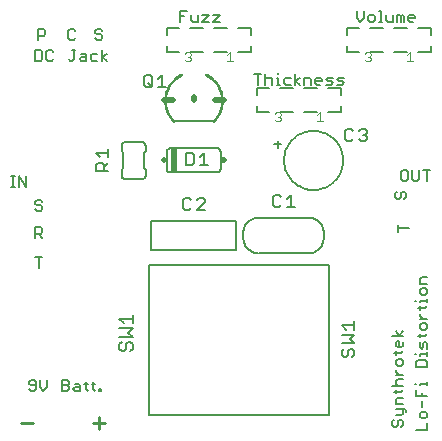
<source format=gto>
G75*
G70*
%OFA0B0*%
%FSLAX24Y24*%
%IPPOS*%
%LPD*%
%AMOC8*
5,1,8,0,0,1.08239X$1,22.5*
%
%ADD10C,0.0060*%
%ADD11C,0.0080*%
%ADD12C,0.0110*%
%ADD13R,0.0200X0.0800*%
%ADD14C,0.0200*%
%ADD15C,0.0050*%
%ADD16C,0.0030*%
%ADD17C,0.0010*%
D10*
X001171Y001931D02*
X001284Y001931D01*
X001341Y001987D01*
X001341Y002214D01*
X001284Y002271D01*
X001171Y002271D01*
X001114Y002214D01*
X001114Y002158D01*
X001171Y002101D01*
X001341Y002101D01*
X001482Y002044D02*
X001482Y002271D01*
X001482Y002044D02*
X001596Y001931D01*
X001709Y002044D01*
X001709Y002271D01*
X002219Y002271D02*
X002219Y001931D01*
X002389Y001931D01*
X002446Y001987D01*
X002446Y002044D01*
X002389Y002101D01*
X002219Y002101D01*
X002389Y002101D02*
X002446Y002158D01*
X002446Y002214D01*
X002389Y002271D01*
X002219Y002271D01*
X002644Y002158D02*
X002757Y002158D01*
X002814Y002101D01*
X002814Y001931D01*
X002644Y001931D01*
X002587Y001987D01*
X002644Y002044D01*
X002814Y002044D01*
X002956Y002158D02*
X003069Y002158D01*
X003012Y002214D02*
X003012Y001987D01*
X003069Y001931D01*
X003258Y001987D02*
X003314Y001931D01*
X003258Y001987D02*
X003258Y002214D01*
X003201Y002158D02*
X003314Y002158D01*
X003447Y001987D02*
X003503Y001987D01*
X003503Y001931D01*
X003447Y001931D01*
X003447Y001987D01*
X004204Y003250D02*
X004130Y003323D01*
X004130Y003470D01*
X004204Y003543D01*
X004351Y003470D02*
X004424Y003543D01*
X004497Y003543D01*
X004571Y003470D01*
X004571Y003323D01*
X004497Y003250D01*
X004351Y003323D02*
X004351Y003470D01*
X004351Y003323D02*
X004277Y003250D01*
X004204Y003250D01*
X004130Y003710D02*
X004571Y003710D01*
X004424Y003857D01*
X004571Y004004D01*
X004130Y004004D01*
X004277Y004170D02*
X004130Y004317D01*
X004571Y004317D01*
X004571Y004170D02*
X004571Y004464D01*
X005101Y006101D02*
X011101Y006101D01*
X011101Y001101D01*
X005101Y001101D01*
X005101Y006101D01*
X005190Y006613D02*
X005190Y007589D01*
X008011Y007589D01*
X008011Y006613D01*
X005190Y006613D01*
X004901Y008994D02*
X004301Y008994D01*
X004284Y008996D01*
X004267Y009000D01*
X004251Y009007D01*
X004237Y009017D01*
X004224Y009030D01*
X004214Y009044D01*
X004207Y009060D01*
X004203Y009077D01*
X004201Y009094D01*
X004201Y009294D01*
X004251Y009344D01*
X004251Y009857D01*
X004201Y009907D01*
X004201Y010107D01*
X004203Y010124D01*
X004207Y010141D01*
X004214Y010157D01*
X004224Y010171D01*
X004237Y010184D01*
X004251Y010194D01*
X004267Y010201D01*
X004284Y010205D01*
X004301Y010207D01*
X004901Y010207D01*
X004918Y010205D01*
X004935Y010201D01*
X004951Y010194D01*
X004965Y010184D01*
X004978Y010171D01*
X004988Y010157D01*
X004995Y010141D01*
X004999Y010124D01*
X005001Y010107D01*
X005001Y009907D01*
X004951Y009857D01*
X004951Y009344D01*
X005001Y009294D01*
X005001Y009094D01*
X004999Y009077D01*
X004995Y009060D01*
X004988Y009044D01*
X004978Y009030D01*
X004965Y009017D01*
X004951Y009007D01*
X004935Y009000D01*
X004918Y008996D01*
X004901Y008994D01*
X005701Y009301D02*
X005701Y009901D01*
X005703Y009918D01*
X005707Y009935D01*
X005714Y009951D01*
X005724Y009965D01*
X005737Y009978D01*
X005751Y009988D01*
X005767Y009995D01*
X005784Y009999D01*
X005801Y010001D01*
X007401Y010001D01*
X007418Y009999D01*
X007435Y009995D01*
X007451Y009988D01*
X007465Y009978D01*
X007478Y009965D01*
X007488Y009951D01*
X007495Y009935D01*
X007499Y009918D01*
X007501Y009901D01*
X007501Y009301D01*
X007499Y009284D01*
X007495Y009267D01*
X007488Y009251D01*
X007478Y009237D01*
X007465Y009224D01*
X007451Y009214D01*
X007435Y009207D01*
X007418Y009203D01*
X007401Y009201D01*
X005801Y009201D01*
X005784Y009203D01*
X005767Y009207D01*
X005751Y009214D01*
X005737Y009224D01*
X005724Y009237D01*
X005714Y009251D01*
X005707Y009267D01*
X005703Y009284D01*
X005701Y009301D01*
X005959Y010901D02*
X007243Y010901D01*
X008744Y012131D02*
X008744Y012471D01*
X008631Y012471D02*
X008858Y012471D01*
X008999Y012471D02*
X008999Y012131D01*
X008999Y012301D02*
X009056Y012358D01*
X009169Y012358D01*
X009226Y012301D01*
X009226Y012131D01*
X009367Y012131D02*
X009481Y012131D01*
X009424Y012131D02*
X009424Y012358D01*
X009367Y012358D01*
X009424Y012471D02*
X009424Y012528D01*
X009613Y012301D02*
X009613Y012187D01*
X009670Y012131D01*
X009840Y012131D01*
X009981Y012131D02*
X009981Y012471D01*
X009840Y012358D02*
X009670Y012358D01*
X009613Y012301D01*
X009981Y012244D02*
X010151Y012358D01*
X010288Y012358D02*
X010458Y012358D01*
X010515Y012301D01*
X010515Y012131D01*
X010656Y012187D02*
X010656Y012301D01*
X010713Y012358D01*
X010827Y012358D01*
X010883Y012301D01*
X010883Y012244D01*
X010656Y012244D01*
X010656Y012187D02*
X010713Y012131D01*
X010827Y012131D01*
X011025Y012131D02*
X011195Y012131D01*
X011252Y012187D01*
X011195Y012244D01*
X011081Y012244D01*
X011025Y012301D01*
X011081Y012358D01*
X011252Y012358D01*
X011393Y012301D02*
X011450Y012358D01*
X011620Y012358D01*
X011563Y012244D02*
X011450Y012244D01*
X011393Y012301D01*
X011393Y012131D02*
X011563Y012131D01*
X011620Y012187D01*
X011563Y012244D01*
X010288Y012131D02*
X010288Y012358D01*
X010151Y012131D02*
X009981Y012244D01*
X009401Y010261D02*
X009401Y010011D01*
X009531Y010141D02*
X009271Y010141D01*
X009617Y009601D02*
X009619Y009663D01*
X009625Y009726D01*
X009635Y009787D01*
X009649Y009848D01*
X009666Y009908D01*
X009687Y009967D01*
X009713Y010024D01*
X009741Y010079D01*
X009773Y010133D01*
X009809Y010184D01*
X009847Y010234D01*
X009889Y010280D01*
X009933Y010324D01*
X009981Y010365D01*
X010030Y010403D01*
X010082Y010437D01*
X010136Y010468D01*
X010192Y010496D01*
X010250Y010520D01*
X010309Y010541D01*
X010369Y010557D01*
X010430Y010570D01*
X010492Y010579D01*
X010554Y010584D01*
X010617Y010585D01*
X010679Y010582D01*
X010741Y010575D01*
X010803Y010564D01*
X010863Y010549D01*
X010923Y010531D01*
X010981Y010509D01*
X011038Y010483D01*
X011093Y010453D01*
X011146Y010420D01*
X011197Y010384D01*
X011245Y010345D01*
X011291Y010302D01*
X011334Y010257D01*
X011374Y010209D01*
X011411Y010159D01*
X011445Y010106D01*
X011476Y010052D01*
X011502Y009996D01*
X011526Y009938D01*
X011545Y009878D01*
X011561Y009818D01*
X011573Y009756D01*
X011581Y009695D01*
X011585Y009632D01*
X011585Y009570D01*
X011581Y009507D01*
X011573Y009446D01*
X011561Y009384D01*
X011545Y009324D01*
X011526Y009264D01*
X011502Y009206D01*
X011476Y009150D01*
X011445Y009096D01*
X011411Y009043D01*
X011374Y008993D01*
X011334Y008945D01*
X011291Y008900D01*
X011245Y008857D01*
X011197Y008818D01*
X011146Y008782D01*
X011093Y008749D01*
X011038Y008719D01*
X010981Y008693D01*
X010923Y008671D01*
X010863Y008653D01*
X010803Y008638D01*
X010741Y008627D01*
X010679Y008620D01*
X010617Y008617D01*
X010554Y008618D01*
X010492Y008623D01*
X010430Y008632D01*
X010369Y008645D01*
X010309Y008661D01*
X010250Y008682D01*
X010192Y008706D01*
X010136Y008734D01*
X010082Y008765D01*
X010030Y008799D01*
X009981Y008837D01*
X009933Y008878D01*
X009889Y008922D01*
X009847Y008968D01*
X009809Y009018D01*
X009773Y009069D01*
X009741Y009123D01*
X009713Y009178D01*
X009687Y009235D01*
X009666Y009294D01*
X009649Y009354D01*
X009635Y009415D01*
X009625Y009476D01*
X009619Y009539D01*
X009617Y009601D01*
X010439Y007691D02*
X010483Y007689D01*
X010526Y007683D01*
X010568Y007674D01*
X010610Y007661D01*
X010650Y007644D01*
X010689Y007624D01*
X010726Y007601D01*
X010760Y007574D01*
X010793Y007545D01*
X010822Y007512D01*
X010849Y007478D01*
X010872Y007441D01*
X010892Y007402D01*
X010909Y007362D01*
X010922Y007320D01*
X010931Y007278D01*
X010937Y007235D01*
X010939Y007191D01*
X010939Y007010D02*
X010937Y006966D01*
X010931Y006923D01*
X010922Y006881D01*
X010909Y006839D01*
X010892Y006799D01*
X010872Y006760D01*
X010849Y006723D01*
X010822Y006689D01*
X010793Y006656D01*
X010760Y006627D01*
X010726Y006600D01*
X010689Y006577D01*
X010650Y006557D01*
X010610Y006540D01*
X010568Y006527D01*
X010526Y006518D01*
X010483Y006512D01*
X010439Y006510D01*
X008762Y006510D02*
X008718Y006512D01*
X008675Y006518D01*
X008633Y006527D01*
X008591Y006540D01*
X008551Y006557D01*
X008512Y006577D01*
X008475Y006600D01*
X008441Y006627D01*
X008408Y006656D01*
X008379Y006689D01*
X008352Y006723D01*
X008329Y006760D01*
X008309Y006799D01*
X008292Y006839D01*
X008279Y006881D01*
X008270Y006923D01*
X008264Y006966D01*
X008262Y007010D01*
X008262Y007191D02*
X008264Y007235D01*
X008270Y007278D01*
X008279Y007320D01*
X008292Y007362D01*
X008309Y007402D01*
X008329Y007441D01*
X008352Y007478D01*
X008379Y007512D01*
X008408Y007545D01*
X008441Y007574D01*
X008475Y007601D01*
X008512Y007624D01*
X008551Y007644D01*
X008591Y007661D01*
X008633Y007674D01*
X008675Y007683D01*
X008718Y007689D01*
X008762Y007691D01*
X013331Y008387D02*
X013387Y008331D01*
X013444Y008331D01*
X013501Y008387D01*
X013501Y008501D01*
X013557Y008558D01*
X013614Y008558D01*
X013671Y008501D01*
X013671Y008387D01*
X013614Y008331D01*
X013331Y008387D02*
X013331Y008501D01*
X013387Y008558D01*
X013583Y008931D02*
X013696Y008931D01*
X013753Y008987D01*
X013753Y009214D01*
X013696Y009271D01*
X013583Y009271D01*
X013526Y009214D01*
X013526Y008987D01*
X013583Y008931D01*
X013894Y008987D02*
X013951Y008931D01*
X014064Y008931D01*
X014121Y008987D01*
X014121Y009271D01*
X014262Y009271D02*
X014489Y009271D01*
X014376Y009271D02*
X014376Y008931D01*
X013894Y008987D02*
X013894Y009271D01*
X013431Y007458D02*
X013431Y007231D01*
X013431Y007344D02*
X013771Y007344D01*
X014201Y005707D02*
X014144Y005650D01*
X014144Y005480D01*
X014371Y005480D01*
X014314Y005339D02*
X014201Y005339D01*
X014144Y005282D01*
X014144Y005168D01*
X014201Y005112D01*
X014314Y005112D01*
X014371Y005168D01*
X014371Y005282D01*
X014314Y005339D01*
X014371Y005707D02*
X014201Y005707D01*
X014371Y004980D02*
X014371Y004866D01*
X014371Y004923D02*
X014144Y004923D01*
X014144Y004866D01*
X014031Y004923D02*
X013974Y004923D01*
X014144Y004734D02*
X014144Y004621D01*
X014087Y004677D02*
X014314Y004677D01*
X014371Y004734D01*
X014144Y004484D02*
X014144Y004427D01*
X014257Y004314D01*
X014144Y004314D02*
X014371Y004314D01*
X014314Y004172D02*
X014201Y004172D01*
X014144Y004116D01*
X014144Y004002D01*
X014201Y003945D01*
X014314Y003945D01*
X014371Y004002D01*
X014371Y004116D01*
X014314Y004172D01*
X014371Y003813D02*
X014314Y003757D01*
X014087Y003757D01*
X014144Y003813D02*
X014144Y003700D01*
X014144Y003559D02*
X014144Y003388D01*
X014201Y003332D01*
X014257Y003388D01*
X014257Y003502D01*
X014314Y003559D01*
X014371Y003502D01*
X014371Y003332D01*
X014371Y003200D02*
X014371Y003086D01*
X014371Y003143D02*
X014144Y003143D01*
X014144Y003086D01*
X014031Y003143D02*
X013974Y003143D01*
X014087Y002945D02*
X014031Y002888D01*
X014031Y002718D01*
X014371Y002718D01*
X014371Y002888D01*
X014314Y002945D01*
X014087Y002945D01*
X013571Y002927D02*
X013571Y002813D01*
X013514Y002756D01*
X013401Y002756D01*
X013344Y002813D01*
X013344Y002927D01*
X013401Y002983D01*
X013514Y002983D01*
X013571Y002927D01*
X013514Y003181D02*
X013287Y003181D01*
X013344Y003125D02*
X013344Y003238D01*
X013401Y003370D02*
X013344Y003427D01*
X013344Y003540D01*
X013401Y003597D01*
X013457Y003597D01*
X013457Y003370D01*
X013401Y003370D02*
X013514Y003370D01*
X013571Y003427D01*
X013571Y003540D01*
X013571Y003739D02*
X013231Y003739D01*
X013344Y003909D02*
X013457Y003739D01*
X013571Y003909D01*
X013571Y003238D02*
X013514Y003181D01*
X013344Y002620D02*
X013344Y002563D01*
X013457Y002450D01*
X013344Y002450D02*
X013571Y002450D01*
X013571Y002308D02*
X013401Y002308D01*
X013344Y002251D01*
X013344Y002138D01*
X013401Y002081D01*
X013344Y001949D02*
X013344Y001836D01*
X013287Y001892D02*
X013514Y001892D01*
X013571Y001949D01*
X013571Y002081D02*
X013231Y002081D01*
X013401Y001694D02*
X013571Y001694D01*
X013401Y001694D02*
X013344Y001638D01*
X013344Y001467D01*
X013571Y001467D01*
X013571Y001326D02*
X013571Y001156D01*
X013514Y001099D01*
X013344Y001099D01*
X013287Y000958D02*
X013231Y000901D01*
X013231Y000787D01*
X013287Y000731D01*
X013344Y000731D01*
X013401Y000787D01*
X013401Y000901D01*
X013457Y000958D01*
X013514Y000958D01*
X013571Y000901D01*
X013571Y000787D01*
X013514Y000731D01*
X013684Y001213D02*
X013684Y001269D01*
X013627Y001326D01*
X013344Y001326D01*
X014031Y001736D02*
X014031Y001963D01*
X014144Y002104D02*
X014144Y002161D01*
X014371Y002161D01*
X014371Y002217D02*
X014371Y002104D01*
X014201Y001849D02*
X014201Y001736D01*
X014201Y001594D02*
X014201Y001367D01*
X014201Y001226D02*
X014144Y001169D01*
X014144Y001056D01*
X014201Y000999D01*
X014314Y000999D01*
X014371Y001056D01*
X014371Y001169D01*
X014314Y001226D01*
X014201Y001226D01*
X014371Y000858D02*
X014371Y000631D01*
X014031Y000631D01*
X014031Y001736D02*
X014371Y001736D01*
X014031Y002161D02*
X013974Y002161D01*
X001558Y006371D02*
X001331Y006371D01*
X001444Y006371D02*
X001444Y006031D01*
X001331Y007031D02*
X001331Y007371D01*
X001501Y007371D01*
X001558Y007314D01*
X001558Y007201D01*
X001501Y007144D01*
X001331Y007144D01*
X001444Y007144D02*
X001558Y007031D01*
X001501Y007931D02*
X001387Y007931D01*
X001331Y007987D01*
X001387Y008101D02*
X001331Y008158D01*
X001331Y008214D01*
X001387Y008271D01*
X001501Y008271D01*
X001558Y008214D01*
X001501Y008101D02*
X001558Y008044D01*
X001558Y007987D01*
X001501Y007931D01*
X001501Y008101D02*
X001387Y008101D01*
X001003Y008731D02*
X001003Y009071D01*
X000776Y009071D02*
X000776Y008731D01*
X000644Y008731D02*
X000531Y008731D01*
X000587Y008731D02*
X000587Y009071D01*
X000531Y009071D02*
X000644Y009071D01*
X000776Y009071D02*
X001003Y008731D01*
X001331Y012931D02*
X001501Y012931D01*
X001558Y012987D01*
X001558Y013214D01*
X001501Y013271D01*
X001331Y013271D01*
X001331Y012931D01*
X001699Y012987D02*
X001756Y012931D01*
X001869Y012931D01*
X001926Y012987D01*
X001699Y012987D02*
X001699Y013214D01*
X001756Y013271D01*
X001869Y013271D01*
X001926Y013214D01*
X002436Y012987D02*
X002492Y012931D01*
X002549Y012931D01*
X002606Y012987D01*
X002606Y013271D01*
X002549Y013271D02*
X002663Y013271D01*
X002861Y013158D02*
X002974Y013158D01*
X003031Y013101D01*
X003031Y012931D01*
X002861Y012931D01*
X002804Y012987D01*
X002861Y013044D01*
X003031Y013044D01*
X003172Y013101D02*
X003172Y012987D01*
X003229Y012931D01*
X003399Y012931D01*
X003541Y012931D02*
X003541Y013271D01*
X003399Y013158D02*
X003229Y013158D01*
X003172Y013101D01*
X003541Y013044D02*
X003711Y013158D01*
X003541Y013044D02*
X003711Y012931D01*
X003501Y013631D02*
X003387Y013631D01*
X003331Y013687D01*
X003387Y013801D02*
X003331Y013858D01*
X003331Y013914D01*
X003387Y013971D01*
X003501Y013971D01*
X003558Y013914D01*
X003501Y013801D02*
X003558Y013744D01*
X003558Y013687D01*
X003501Y013631D01*
X003501Y013801D02*
X003387Y013801D01*
X002658Y013687D02*
X002601Y013631D01*
X002487Y013631D01*
X002431Y013687D01*
X002431Y013914D01*
X002487Y013971D01*
X002601Y013971D01*
X002658Y013914D01*
X001658Y013914D02*
X001658Y013801D01*
X001601Y013744D01*
X001431Y013744D01*
X001431Y013631D02*
X001431Y013971D01*
X001601Y013971D01*
X001658Y013914D01*
X006158Y014231D02*
X006158Y014571D01*
X006384Y014571D01*
X006526Y014458D02*
X006526Y014287D01*
X006583Y014231D01*
X006753Y014231D01*
X006753Y014458D01*
X006894Y014458D02*
X007121Y014458D01*
X006894Y014231D01*
X007121Y014231D01*
X007262Y014231D02*
X007489Y014231D01*
X007489Y014458D02*
X007262Y014231D01*
X007262Y014458D02*
X007489Y014458D01*
X006271Y014401D02*
X006158Y014401D01*
X012044Y014344D02*
X012157Y014231D01*
X012271Y014344D01*
X012271Y014571D01*
X012412Y014401D02*
X012412Y014287D01*
X012469Y014231D01*
X012582Y014231D01*
X012639Y014287D01*
X012639Y014401D01*
X012582Y014458D01*
X012469Y014458D01*
X012412Y014401D01*
X012780Y014571D02*
X012837Y014571D01*
X012837Y014231D01*
X012780Y014231D02*
X012894Y014231D01*
X013026Y014287D02*
X013083Y014231D01*
X013253Y014231D01*
X013253Y014458D01*
X013394Y014458D02*
X013451Y014458D01*
X013508Y014401D01*
X013564Y014458D01*
X013621Y014401D01*
X013621Y014231D01*
X013508Y014231D02*
X013508Y014401D01*
X013394Y014458D02*
X013394Y014231D01*
X013762Y014287D02*
X013762Y014401D01*
X013819Y014458D01*
X013933Y014458D01*
X013989Y014401D01*
X013989Y014344D01*
X013762Y014344D01*
X013762Y014287D02*
X013819Y014231D01*
X013933Y014231D01*
X013026Y014287D02*
X013026Y014458D01*
X012044Y014571D02*
X012044Y014344D01*
X001114Y001987D02*
X001171Y001931D01*
D11*
X008262Y007010D02*
X008262Y007191D01*
X008762Y007691D02*
X010439Y007691D01*
X009981Y008041D02*
X009701Y008041D01*
X009841Y008041D02*
X009841Y008461D01*
X009701Y008321D01*
X009521Y008391D02*
X009451Y008461D01*
X009311Y008461D01*
X009241Y008391D01*
X009241Y008111D01*
X009311Y008041D01*
X009451Y008041D01*
X009521Y008111D01*
X010939Y007191D02*
X010939Y007010D01*
X010439Y006510D02*
X008789Y006510D01*
X006981Y007941D02*
X006701Y007941D01*
X006981Y008221D01*
X006981Y008291D01*
X006911Y008361D01*
X006771Y008361D01*
X006701Y008291D01*
X006521Y008291D02*
X006451Y008361D01*
X006311Y008361D01*
X006241Y008291D01*
X006241Y008011D01*
X006311Y007941D01*
X006451Y007941D01*
X006521Y008011D01*
X006551Y009441D02*
X006341Y009441D01*
X006341Y009861D01*
X006551Y009861D01*
X006621Y009791D01*
X006621Y009511D01*
X006551Y009441D01*
X006801Y009441D02*
X007081Y009441D01*
X006941Y009441D02*
X006941Y009861D01*
X006801Y009721D01*
X003761Y009701D02*
X003761Y009981D01*
X003761Y009841D02*
X003340Y009841D01*
X003481Y009701D01*
X003411Y009521D02*
X003551Y009521D01*
X003621Y009451D01*
X003621Y009241D01*
X003761Y009241D02*
X003340Y009241D01*
X003340Y009451D01*
X003411Y009521D01*
X003621Y009381D02*
X003761Y009521D01*
X005011Y012041D02*
X004941Y012111D01*
X004941Y012391D01*
X005011Y012461D01*
X005151Y012461D01*
X005221Y012391D01*
X005221Y012111D01*
X005151Y012041D01*
X005011Y012041D01*
X005081Y012181D02*
X005221Y012041D01*
X005401Y012041D02*
X005681Y012041D01*
X005541Y012041D02*
X005541Y012461D01*
X005401Y012321D01*
X011641Y010591D02*
X011641Y010311D01*
X011711Y010241D01*
X011851Y010241D01*
X011921Y010311D01*
X012101Y010311D02*
X012171Y010241D01*
X012311Y010241D01*
X012381Y010311D01*
X012381Y010381D01*
X012311Y010451D01*
X012241Y010451D01*
X012311Y010451D02*
X012381Y010521D01*
X012381Y010591D01*
X012311Y010661D01*
X012171Y010661D01*
X012101Y010591D01*
X011921Y010591D02*
X011851Y010661D01*
X011711Y010661D01*
X011641Y010591D01*
X011961Y004242D02*
X011961Y003961D01*
X011961Y004102D02*
X011540Y004102D01*
X011681Y003961D01*
X011540Y003781D02*
X011961Y003781D01*
X011821Y003641D01*
X011961Y003501D01*
X011540Y003501D01*
X011611Y003321D02*
X011540Y003251D01*
X011540Y003111D01*
X011611Y003041D01*
X011681Y003041D01*
X011751Y003111D01*
X011751Y003251D01*
X011821Y003321D01*
X011891Y003321D01*
X011961Y003251D01*
X011961Y003111D01*
X011891Y003041D01*
D12*
X001249Y000851D02*
X000856Y000851D01*
X003256Y000851D02*
X003649Y000851D01*
X003453Y001048D02*
X003453Y000654D01*
D13*
X005951Y009601D03*
D14*
X005631Y009601D02*
X005601Y009601D01*
X007571Y009601D02*
X007601Y009601D01*
X007601Y011601D02*
X007301Y011601D01*
X006601Y011601D02*
X006601Y011701D01*
X005901Y011601D02*
X005601Y011601D01*
D15*
X005701Y013201D02*
X005701Y013404D01*
X005701Y013201D02*
X006106Y013201D01*
X006499Y013201D02*
X006904Y013201D01*
X007298Y013201D02*
X007702Y013201D01*
X008096Y013201D02*
X008501Y013201D01*
X008501Y013404D01*
X008501Y013798D02*
X008501Y014001D01*
X008096Y014001D01*
X007702Y014001D02*
X007298Y014001D01*
X006904Y014001D02*
X006499Y014001D01*
X006106Y014001D02*
X005701Y014001D01*
X005701Y013798D01*
X008701Y012001D02*
X008701Y011798D01*
X008701Y012001D02*
X009106Y012001D01*
X009499Y012001D02*
X009904Y012001D01*
X010298Y012001D02*
X010702Y012001D01*
X011096Y012001D02*
X011501Y012001D01*
X011501Y011798D01*
X011501Y011404D02*
X011501Y011201D01*
X011096Y011201D01*
X010702Y011201D02*
X010298Y011201D01*
X009904Y011201D02*
X009499Y011201D01*
X009106Y011201D02*
X008701Y011201D01*
X008701Y011404D01*
X011701Y013201D02*
X011701Y013404D01*
X011701Y013201D02*
X012106Y013201D01*
X012499Y013201D02*
X012904Y013201D01*
X013298Y013201D02*
X013702Y013201D01*
X014096Y013201D02*
X014501Y013201D01*
X014501Y013404D01*
X014501Y013798D02*
X014501Y014001D01*
X014096Y014001D01*
X013702Y014001D02*
X013298Y014001D01*
X012904Y014001D02*
X012499Y014001D01*
X012106Y014001D02*
X011701Y014001D01*
X011701Y013798D01*
D16*
X012316Y013158D02*
X012364Y013206D01*
X012461Y013206D01*
X012509Y013158D01*
X012509Y013109D01*
X012461Y013061D01*
X012509Y013013D01*
X012509Y012964D01*
X012461Y012916D01*
X012364Y012916D01*
X012316Y012964D01*
X012413Y013061D02*
X012461Y013061D01*
X013716Y013109D02*
X013813Y013206D01*
X013813Y012916D01*
X013909Y012916D02*
X013716Y012916D01*
X010909Y010916D02*
X010716Y010916D01*
X010813Y010916D02*
X010813Y011206D01*
X010716Y011109D01*
X009509Y011109D02*
X009461Y011061D01*
X009509Y011013D01*
X009509Y010964D01*
X009461Y010916D01*
X009364Y010916D01*
X009316Y010964D01*
X009413Y011061D02*
X009461Y011061D01*
X009509Y011109D02*
X009509Y011158D01*
X009461Y011206D01*
X009364Y011206D01*
X009316Y011158D01*
X007909Y012916D02*
X007716Y012916D01*
X007813Y012916D02*
X007813Y013206D01*
X007716Y013109D01*
X006509Y013109D02*
X006461Y013061D01*
X006509Y013013D01*
X006509Y012964D01*
X006461Y012916D01*
X006364Y012916D01*
X006316Y012964D01*
X006413Y013061D02*
X006461Y013061D01*
X006509Y013109D02*
X006509Y013158D01*
X006461Y013206D01*
X006364Y013206D01*
X006316Y013158D01*
D17*
X007263Y010886D02*
X007230Y010923D01*
X007272Y010964D01*
X007311Y011008D01*
X007347Y011055D01*
X007381Y011103D01*
X007411Y011154D01*
X007438Y011206D01*
X007461Y011260D01*
X007481Y011316D01*
X007497Y011373D01*
X007510Y011430D01*
X007519Y011488D01*
X007524Y011547D01*
X007526Y011606D01*
X007524Y011665D01*
X007518Y011723D01*
X007508Y011781D01*
X007495Y011839D01*
X007478Y011895D01*
X007457Y011951D01*
X007433Y012004D01*
X007406Y012057D01*
X007375Y012107D01*
X007342Y012155D01*
X007305Y012201D01*
X007265Y012245D01*
X007223Y012286D01*
X007178Y012324D01*
X007131Y012359D01*
X007081Y012391D01*
X007030Y012420D01*
X006977Y012446D01*
X006997Y012491D01*
X006997Y012492D01*
X007051Y012466D01*
X007104Y012436D01*
X007154Y012404D01*
X007203Y012368D01*
X007249Y012329D01*
X007293Y012288D01*
X007334Y012244D01*
X007372Y012198D01*
X007408Y012149D01*
X007440Y012098D01*
X007469Y012045D01*
X007495Y011991D01*
X007517Y011935D01*
X007536Y011878D01*
X007551Y011820D01*
X007563Y011761D01*
X007571Y011701D01*
X007575Y011641D01*
X007576Y011581D01*
X007573Y011521D01*
X007566Y011461D01*
X007555Y011402D01*
X007541Y011343D01*
X007524Y011286D01*
X007502Y011229D01*
X007478Y011174D01*
X007450Y011121D01*
X007419Y011070D01*
X007384Y011020D01*
X007347Y010973D01*
X007307Y010928D01*
X007264Y010886D01*
X007258Y010893D01*
X007302Y010936D01*
X007342Y010982D01*
X007380Y011030D01*
X007415Y011081D01*
X007447Y011134D01*
X007475Y011189D01*
X007499Y011245D01*
X007520Y011303D01*
X007537Y011362D01*
X007550Y011422D01*
X007560Y011483D01*
X007565Y011545D01*
X007567Y011606D01*
X007565Y011668D01*
X007559Y011729D01*
X007548Y011790D01*
X007535Y011849D01*
X007517Y011908D01*
X007495Y011966D01*
X007470Y012022D01*
X007442Y012077D01*
X007410Y012129D01*
X007374Y012180D01*
X007336Y012228D01*
X007295Y012273D01*
X007250Y012316D01*
X007203Y012356D01*
X007154Y012393D01*
X007103Y012427D01*
X007049Y012457D01*
X006994Y012484D01*
X006990Y012475D01*
X007045Y012449D01*
X007098Y012419D01*
X007149Y012386D01*
X007198Y012349D01*
X007244Y012310D01*
X007288Y012267D01*
X007329Y012222D01*
X007367Y012174D01*
X007402Y012124D01*
X007434Y012072D01*
X007462Y012018D01*
X007487Y011963D01*
X007508Y011906D01*
X007526Y011847D01*
X007540Y011788D01*
X007550Y011728D01*
X007556Y011667D01*
X007558Y011606D01*
X007556Y011545D01*
X007551Y011484D01*
X007542Y011424D01*
X007528Y011365D01*
X007511Y011306D01*
X007491Y011249D01*
X007467Y011193D01*
X007439Y011138D01*
X007408Y011086D01*
X007373Y011036D01*
X007336Y010988D01*
X007295Y010942D01*
X007252Y010899D01*
X007246Y010906D01*
X007289Y010948D01*
X007329Y010993D01*
X007366Y011041D01*
X007400Y011091D01*
X007431Y011143D01*
X007458Y011197D01*
X007482Y011252D01*
X007503Y011309D01*
X007520Y011367D01*
X007533Y011426D01*
X007542Y011485D01*
X007547Y011546D01*
X007549Y011606D01*
X007547Y011666D01*
X007541Y011726D01*
X007531Y011786D01*
X007517Y011845D01*
X007500Y011903D01*
X007479Y011959D01*
X007454Y012014D01*
X007426Y012068D01*
X007395Y012120D01*
X007360Y012169D01*
X007322Y012216D01*
X007282Y012261D01*
X007238Y012303D01*
X007192Y012342D01*
X007144Y012378D01*
X007093Y012411D01*
X007041Y012441D01*
X006986Y012467D01*
X006983Y012459D01*
X007037Y012433D01*
X007089Y012403D01*
X007139Y012371D01*
X007187Y012335D01*
X007232Y012296D01*
X007275Y012255D01*
X007315Y012210D01*
X007353Y012164D01*
X007387Y012115D01*
X007418Y012063D01*
X007446Y012010D01*
X007470Y011956D01*
X007491Y011900D01*
X007508Y011842D01*
X007522Y011784D01*
X007532Y011725D01*
X007538Y011666D01*
X007540Y011606D01*
X007538Y011546D01*
X007533Y011487D01*
X007524Y011427D01*
X007511Y011369D01*
X007494Y011312D01*
X007474Y011255D01*
X007450Y011200D01*
X007423Y011147D01*
X007392Y011096D01*
X007359Y011046D01*
X007322Y010999D01*
X007282Y010955D01*
X007239Y010912D01*
X007233Y010919D01*
X007276Y010961D01*
X007315Y011005D01*
X007351Y011052D01*
X007385Y011101D01*
X007415Y011152D01*
X007442Y011204D01*
X007466Y011259D01*
X007486Y011314D01*
X007502Y011371D01*
X007515Y011429D01*
X007524Y011488D01*
X007529Y011547D01*
X007531Y011606D01*
X007529Y011665D01*
X007523Y011724D01*
X007513Y011782D01*
X007500Y011840D01*
X007483Y011897D01*
X007462Y011952D01*
X007438Y012007D01*
X007410Y012059D01*
X007380Y012110D01*
X007346Y012158D01*
X007309Y012204D01*
X007269Y012248D01*
X007226Y012289D01*
X007181Y012328D01*
X007134Y012363D01*
X007084Y012396D01*
X007032Y012425D01*
X006979Y012451D01*
X006205Y012491D02*
X006225Y012446D01*
X006172Y012420D01*
X006121Y012391D01*
X006071Y012359D01*
X006024Y012324D01*
X005979Y012286D01*
X005937Y012245D01*
X005897Y012201D01*
X005860Y012155D01*
X005827Y012107D01*
X005796Y012057D01*
X005769Y012004D01*
X005745Y011951D01*
X005724Y011895D01*
X005707Y011839D01*
X005694Y011781D01*
X005684Y011723D01*
X005678Y011665D01*
X005676Y011606D01*
X005678Y011547D01*
X005683Y011488D01*
X005692Y011430D01*
X005705Y011373D01*
X005721Y011316D01*
X005741Y011260D01*
X005764Y011206D01*
X005791Y011154D01*
X005821Y011103D01*
X005855Y011055D01*
X005891Y011008D01*
X005930Y010964D01*
X005972Y010923D01*
X005939Y010886D01*
X005938Y010886D01*
X005895Y010928D01*
X005855Y010973D01*
X005818Y011020D01*
X005783Y011070D01*
X005752Y011121D01*
X005724Y011174D01*
X005700Y011229D01*
X005678Y011286D01*
X005661Y011343D01*
X005647Y011402D01*
X005636Y011461D01*
X005629Y011521D01*
X005626Y011581D01*
X005627Y011641D01*
X005631Y011701D01*
X005639Y011761D01*
X005651Y011820D01*
X005666Y011878D01*
X005685Y011935D01*
X005707Y011991D01*
X005733Y012045D01*
X005762Y012098D01*
X005794Y012149D01*
X005830Y012198D01*
X005868Y012244D01*
X005909Y012288D01*
X005953Y012329D01*
X005999Y012368D01*
X006048Y012404D01*
X006098Y012436D01*
X006151Y012466D01*
X006205Y012492D01*
X006208Y012484D01*
X006153Y012457D01*
X006099Y012427D01*
X006048Y012393D01*
X005999Y012356D01*
X005952Y012316D01*
X005907Y012273D01*
X005866Y012228D01*
X005828Y012180D01*
X005792Y012129D01*
X005760Y012077D01*
X005732Y012022D01*
X005707Y011966D01*
X005685Y011908D01*
X005667Y011849D01*
X005654Y011790D01*
X005643Y011729D01*
X005637Y011668D01*
X005635Y011606D01*
X005637Y011545D01*
X005642Y011483D01*
X005652Y011422D01*
X005665Y011362D01*
X005682Y011303D01*
X005703Y011245D01*
X005727Y011189D01*
X005755Y011134D01*
X005787Y011081D01*
X005822Y011030D01*
X005860Y010982D01*
X005900Y010936D01*
X005944Y010893D01*
X005950Y010899D01*
X005907Y010942D01*
X005866Y010988D01*
X005829Y011036D01*
X005794Y011086D01*
X005763Y011138D01*
X005735Y011193D01*
X005711Y011249D01*
X005691Y011306D01*
X005674Y011365D01*
X005660Y011424D01*
X005651Y011484D01*
X005646Y011545D01*
X005644Y011606D01*
X005646Y011667D01*
X005652Y011728D01*
X005662Y011788D01*
X005676Y011847D01*
X005694Y011906D01*
X005715Y011963D01*
X005740Y012018D01*
X005768Y012072D01*
X005800Y012124D01*
X005835Y012174D01*
X005873Y012222D01*
X005914Y012267D01*
X005958Y012310D01*
X006004Y012349D01*
X006053Y012386D01*
X006104Y012419D01*
X006157Y012449D01*
X006212Y012475D01*
X006216Y012467D01*
X006161Y012441D01*
X006109Y012411D01*
X006058Y012378D01*
X006010Y012342D01*
X005964Y012303D01*
X005920Y012261D01*
X005880Y012216D01*
X005842Y012169D01*
X005807Y012120D01*
X005776Y012068D01*
X005748Y012014D01*
X005723Y011959D01*
X005702Y011903D01*
X005685Y011845D01*
X005671Y011786D01*
X005661Y011726D01*
X005655Y011666D01*
X005653Y011606D01*
X005655Y011546D01*
X005660Y011485D01*
X005669Y011426D01*
X005682Y011367D01*
X005699Y011309D01*
X005720Y011252D01*
X005744Y011197D01*
X005771Y011143D01*
X005802Y011091D01*
X005836Y011041D01*
X005873Y010993D01*
X005913Y010948D01*
X005956Y010906D01*
X005963Y010912D01*
X005920Y010955D01*
X005880Y010999D01*
X005843Y011046D01*
X005810Y011096D01*
X005779Y011147D01*
X005752Y011200D01*
X005728Y011255D01*
X005708Y011312D01*
X005691Y011369D01*
X005678Y011427D01*
X005669Y011487D01*
X005664Y011546D01*
X005662Y011606D01*
X005664Y011666D01*
X005670Y011725D01*
X005680Y011784D01*
X005694Y011842D01*
X005711Y011900D01*
X005732Y011956D01*
X005756Y012010D01*
X005784Y012063D01*
X005815Y012115D01*
X005849Y012164D01*
X005887Y012210D01*
X005927Y012255D01*
X005970Y012296D01*
X006015Y012335D01*
X006063Y012371D01*
X006113Y012403D01*
X006165Y012433D01*
X006219Y012459D01*
X006223Y012451D01*
X006170Y012425D01*
X006118Y012396D01*
X006068Y012363D01*
X006021Y012328D01*
X005976Y012289D01*
X005933Y012248D01*
X005893Y012204D01*
X005856Y012158D01*
X005822Y012110D01*
X005792Y012059D01*
X005764Y012007D01*
X005740Y011952D01*
X005719Y011897D01*
X005702Y011840D01*
X005689Y011782D01*
X005679Y011724D01*
X005673Y011665D01*
X005671Y011606D01*
X005673Y011547D01*
X005678Y011488D01*
X005687Y011429D01*
X005700Y011371D01*
X005716Y011314D01*
X005736Y011259D01*
X005760Y011204D01*
X005787Y011152D01*
X005817Y011101D01*
X005851Y011052D01*
X005887Y011005D01*
X005926Y010961D01*
X005969Y010919D01*
M02*

</source>
